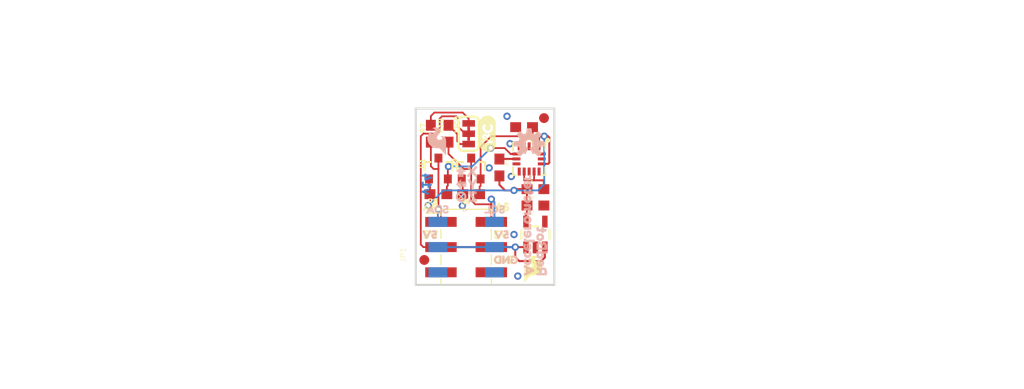
<source format=kicad_pcb>
(kicad_pcb (version 20211014) (generator pcbnew)
  (layers (0 "F.Cu" signal) (31 "B.Cu" signal) (34 "B.Paste" user) (35 "F.Paste" user) (36 "B.SilkS" user "B.Silkscreen") (37 "F.SilkS" user "F.Silkscreen") (38 "B.Mask" user) (39 "F.Mask" user) (44 "Edge.Cuts" user))
  (net 0 "")
  (net 1 "GND")
  (net 2 "3.3V")
  (net 3 "5V")
  (net 4 "ADDR")
  (net 5 "SCL")
  (net 6 "SDA")
  (net 7 "N$1")
  (net 8 "LSDA")
  (net 9 "LSCL")
  (net 10 "N$3")
  (net 11 "N$4")
  (footprint "boardEagle:0603" (layer "F.Cu") (at 153.5811 104.2416)
    (fp_text reference "C1" (at -0.889 -0.762) (layer "F.SilkS") (effects (font (size 0.367386 0.367386) (thickness 0.039014)) (justify left)))
    (fp_text value "0.1uF")
    (pad "1" smd rect (at -0.85 0) (size 1.1 1) (layers "F.Cu" "F.Paste" "F.Mask") (net 2 "3.3V"))
    (pad "2" smd rect (at 0.85 0) (size 1.1 1) (layers "F.Cu" "F.Paste" "F.Mask") (net 1 "GND"))
  )
  (footprint "boardEagle:2X3_SMT_POSTS" (layer "F.Cu") (at 146.5961 110.0836 -90)
    (fp_text reference "JP1" (at 0 6.35 90) (layer "F.SilkS") (effects (font (size 0.564733 0.564733) (thickness 0.044867)) (justify right)))
    (fp_text value "")
    (pad "" np_thru_hole circle (at 1.27 0 270) (size 1.8 1.8) (drill 1.8) (layers *.Cu *.Mask))
    (pad "" np_thru_hole circle (at -1.27 0 270) (size 1.8 1.8) (drill 1.8) (layers *.Cu *.Mask))
    (pad "1" smd rect (at -2.54 2.54) (size 3.17 1) (layers "F.Cu" "F.Paste" "F.Mask") (net 6 "SDA"))
    (pad "2" smd rect (at -2.54 -2.54) (size 3.17 1) (layers "F.Cu" "F.Paste" "F.Mask") (net 5 "SCL"))
    (pad "3" smd rect (at 0 2.54) (size 3.17 1) (layers "F.Cu" "F.Paste" "F.Mask") (net 3 "5V"))
    (pad "4" smd rect (at 0 -2.54) (size 3.17 1) (layers "F.Cu" "F.Paste" "F.Mask") (net 3 "5V"))
    (pad "5" smd rect (at 2.54 2.54) (size 3.17 1) (layers "F.Cu" "F.Paste" "F.Mask") (net 1 "GND"))
    (pad "6" smd rect (at 2.54 -2.54) (size 3.17 1) (layers "F.Cu" "F.Paste" "F.Mask") (net 1 "GND"))
  )
  (footprint "boardEagle:SMT-JUMPER_3_2-NC_TRACE_SILK" (layer "F.Cu") (at 146.8501 98.6536 90)
    (fp_text reference "I2C0" (at 0 -1.143 90) (layer "F.SilkS") (effects (font (size 0.512064 0.512064) (thickness 0.097536)) (justify left)))
    (fp_text value "JUMPER-SMT_3_2-NC_TRACE_SILK")
    (fp_poly (pts (xy 0.7112 0.13335) (xy -0.7112 0.13335) (xy -0.7112 -0.13335) (xy 0.7112 -0.13335)) (layer "F.Cu") (width 0) (fill solid))
    (pad "1" smd rect (at -1.0414 0 90) (size 0.6604 1.27) (layers "F.Cu" "F.Mask") (net 11 "N$4"))
    (pad "2" smd rect (at 0 0 90) (size 0.6604 1.27) (layers "F.Cu" "F.Mask") (net 3 "5V"))
    (pad "3" smd rect (at 1.0414 0 90) (size 0.6604 1.27) (layers "F.Cu" "F.Mask") (net 10 "N$3"))
  )
  (footprint "boardEagle:SOT23-5" (layer "F.Cu") (at 153.5811 108.8136)
    (fp_text reference "U2" (at -0.889 -2.159) (layer "F.SilkS") (effects (font (size 0.376489 0.376489) (thickness 0.029911)) (justify left)))
    (fp_text value "MIC5205-3.3V")
    (pad "1" smd rect (at -0.95 1.3001) (size 0.55 1.2) (layers "F.Cu" "F.Paste" "F.Mask") (net 3 "5V"))
    (pad "2" smd rect (at 0 1.3001) (size 0.55 1.2) (layers "F.Cu" "F.Paste" "F.Mask") (net 1 "GND"))
    (pad "3" smd rect (at 0.95 1.3001) (size 0.55 1.2) (layers "F.Cu" "F.Paste" "F.Mask") (net 3 "5V"))
    (pad "4" smd rect (at 0.95 -1.3001) (size 0.55 1.2) (layers "F.Cu" "F.Paste" "F.Mask"))
    (pad "5" smd rect (at -0.95 -1.3001) (size 0.55 1.2) (layers "F.Cu" "F.Paste" "F.Mask") (net 2 "3.3V"))
  )
  (footprint "boardEagle:QFN-16" (layer "F.Cu") (at 152.9461 101.1936 -90)
    (fp_text reference "U1" (at -1.905 0) (layer "F.SilkS") (effects (font (size 0.512064 0.512064) (thickness 0.097536)) (justify left)))
    (fp_text value "MMA8452Q")
    (pad "1" smd rect (at -1.275 -1 180) (size 0.3 0.8) (layers "F.Cu" "F.Paste" "F.Mask") (net 2 "3.3V"))
    (pad "2" smd rect (at -1.275 -0.5 180) (size 0.3 0.8) (layers "F.Cu" "F.Paste" "F.Mask") (net 7 "N$1"))
    (pad "3" smd rect (at -1.275 0 180) (size 0.3 0.8) (layers "F.Cu" "F.Paste" "F.Mask"))
    (pad "4" smd rect (at -1.275 0.5 180) (size 0.3 0.8) (layers "F.Cu" "F.Paste" "F.Mask") (net 9 "LSCL"))
    (pad "5" smd rect (at -1.275 1 180) (size 0.3 0.8) (layers "F.Cu" "F.Paste" "F.Mask") (net 1 "GND"))
    (pad "6" smd rect (at -0.5 1.275 270) (size 0.3 0.8) (layers "F.Cu" "F.Paste" "F.Mask") (net 8 "LSDA"))
    (pad "7" smd rect (at 0 1.275 270) (size 0.3 0.8) (layers "F.Cu" "F.Paste" "F.Mask") (net 4 "ADDR"))
    (pad "8" smd rect (at 0.5 1.275 270) (size 0.3 0.8) (layers "F.Cu" "F.Paste" "F.Mask"))
    (pad "9" smd rect (at 1.275 1) (size 0.3 0.8) (layers "F.Cu" "F.Paste" "F.Mask"))
    (pad "10" smd rect (at 1.275 0.5) (size 0.3 0.8) (layers "F.Cu" "F.Paste" "F.Mask") (net 1 "GND"))
    (pad "11" smd rect (at 1.275 0) (size 0.3 0.8) (layers "F.Cu" "F.Paste" "F.Mask"))
    (pad "12" smd rect (at 1.275 -0.5) (size 0.3 0.8) (layers "F.Cu" "F.Paste" "F.Mask") (net 1 "GND"))
    (pad "13" smd rect (at 1.275 -1) (size 0.3 0.8) (layers "F.Cu" "F.Paste" "F.Mask"))
    (pad "14" smd rect (at 0.5 -1.275 90) (size 0.3 0.8) (layers "F.Cu" "F.Paste" "F.Mask") (net 2 "3.3V"))
    (pad "15" smd rect (at 0 -1.275 90) (size 0.3 0.8) (layers "F.Cu" "F.Paste" "F.Mask"))
    (pad "16" smd rect (at -0.5 -1.275 90) (size 0.3 0.8) (layers "F.Cu" "F.Paste" "F.Mask"))
  )
  (footprint "boardEagle:_5V1" (layer "F.Cu") (at 148.3741 108.8136)
    (fp_text reference "U$4" hide)
    (fp_text value "" hide)
  )
  (footprint "boardEagle:SOT23-3" (layer "F.Cu") (at 143.8021 102.2096)
    (fp_text reference "Q1" (at -1.651 0 90) (layer "F.SilkS") (effects (font (size 0.512064 0.512064) (thickness 0.097536)) (justify left)))
    (fp_text value "220mA/50V/3.5Ω")
    (pad "1" smd rect (at -0.95 1) (size 0.8 0.9) (layers "F.Cu" "F.Paste" "F.Mask") (net 2 "3.3V"))
    (pad "2" smd rect (at 0.95 1) (size 0.8 0.9) (layers "F.Cu" "F.Paste" "F.Mask") (net 8 "LSDA"))
    (pad "3" smd rect (at 0 -1.1) (size 0.8 0.9) (layers "F.Cu" "F.Paste" "F.Mask") (net 6 "SDA"))
  )
  (footprint "boardEagle:_5V1" (layer "F.Cu") (at 141.2621 108.8136)
    (fp_text reference "U$5" hide)
    (fp_text value "" hide)
  )
  (footprint "boardEagle:0603" (layer "F.Cu") (at 152.4381 97.9916 180)
    (fp_text reference "C3" (at -0.889 -0.762) (layer "F.SilkS") (effects (font (size 0.367386 0.367386) (thickness 0.039014)) (justify right)))
    (fp_text value "0.1uF")
    (pad "1" smd rect (at -0.85 0 180) (size 1.1 1) (layers "F.Cu" "F.Paste" "F.Mask") (net 7 "N$1"))
    (pad "2" smd rect (at 0.85 0 180) (size 1.1 1) (layers "F.Cu" "F.Paste" "F.Mask") (net 1 "GND"))
  )
  (footprint "boardEagle:GND0" (layer "F.Cu") (at 148.6281 111.3536)
    (fp_text reference "U$6" hide)
    (fp_text value "" hide)
  )
  (footprint "boardEagle:SOT23-3" (layer "F.Cu") (at 147.1041 102.2096)
    (fp_text reference "Q2" (at -1.651 0 90) (layer "F.SilkS") (effects (font (size 0.512064 0.512064) (thickness 0.097536)) (justify left)))
    (fp_text value "220mA/50V/3.5Ω")
    (pad "1" smd rect (at -0.95 1) (size 0.8 0.9) (layers "F.Cu" "F.Paste" "F.Mask") (net 2 "3.3V"))
    (pad "2" smd rect (at 0.95 1) (size 0.8 0.9) (layers "F.Cu" "F.Paste" "F.Mask") (net 9 "LSCL"))
    (pad "3" smd rect (at 0 -1.1) (size 0.8 0.9) (layers "F.Cu" "F.Paste" "F.Mask") (net 5 "SCL"))
  )
  (footprint "boardEagle:FIDUCIAL-1X2" (layer "F.Cu") (at 154.4447 97.0788)
    (fp_text reference "FID1" hide)
    (fp_text value "FIDUCIAL1X2" hide)
    (pad "1" smd roundrect (at 0 0) (size 1 1) (layers "F.Cu" "F.Mask") (roundrect_rratio 0.5))
  )
  (footprint "boardEagle:SFE_LOGO_FLAME_.1" (layer "F.Cu") (at 153.3271 112.2426)
    (fp_text reference "LOGO4" hide)
    (fp_text value "SFE_LOGO_FLAME.1_INCH" hide)
  )
  (footprint "boardEagle:0603" (layer "F.Cu") (at 143.8021 104.7496 180)
    (fp_text reference "R8" (at 0 -0.762) (layer "F.SilkS") (effects (font (size 0.512064 0.512064) (thickness 0.097536)) (justify right)))
    (fp_text value "10k")
    (pad "1" smd rect (at -0.85 0 180) (size 1.1 1) (layers "F.Cu" "F.Paste" "F.Mask") (net 8 "LSDA"))
    (pad "2" smd rect (at 0.85 0 180) (size 1.1 1) (layers "F.Cu" "F.Paste" "F.Mask") (net 2 "3.3V"))
  )
  (footprint "boardEagle:I2C" (layer "F.Cu") (at 148.7551 100.5586 90)
    (fp_text reference "U$19" hide)
    (fp_text value "" hide)
  )
  (footprint "boardEagle:A53" (layer "F.Cu") (at 148.7551 106.0196)
    (fp_text reference "U$3" hide)
    (fp_text value "" hide)
  )
  (footprint "boardEagle:FIDUCIAL-1X2" (layer "F.Cu") (at 142.3797 111.379)
    (fp_text reference "FID3" hide)
    (fp_text value "FIDUCIAL1X2" hide)
    (pad "1" smd roundrect (at 0 0) (size 1 1) (layers "F.Cu" "F.Mask") (roundrect_rratio 0.5))
  )
  (footprint "boardEagle:CREATIVE_COMMONS" (layer "F.Cu") (at 119.9261 121.5136)
    (fp_text reference "FRAME1" hide)
    (fp_text value "FRAME-LETTER" hide)
  )
  (footprint "boardEagle:0603" (layer "F.Cu") (at 153.5811 105.8926)
    (fp_text reference "C2" (at -0.889 -0.762) (layer "F.SilkS") (effects (font (size 0.367386 0.367386) (thickness 0.039014)) (justify left)))
    (fp_text value "4.7uF")
    (pad "1" smd rect (at -0.85 0) (size 1.1 1) (layers "F.Cu" "F.Paste" "F.Mask") (net 2 "3.3V"))
    (pad "2" smd rect (at 0.85 0) (size 1.1 1) (layers "F.Cu" "F.Paste" "F.Mask") (net 1 "GND"))
  )
  (footprint "boardEagle:0603" (layer "F.Cu") (at 147.1041 104.7496 180)
    (fp_text reference "R9" (at 0 -0.762) (layer "F.SilkS") (effects (font (size 0.512064 0.512064) (thickness 0.097536)) (justify right)))
    (fp_text value "10k")
    (pad "1" smd rect (at -0.85 0 180) (size 1.1 1) (layers "F.Cu" "F.Paste" "F.Mask") (net 9 "LSCL"))
    (pad "2" smd rect (at 0.85 0 180) (size 1.1 1) (layers "F.Cu" "F.Paste" "F.Mask") (net 2 "3.3V"))
  )
  (footprint "boardEagle:0603" (layer "F.Cu") (at 143.0401 98.6536 90)
    (fp_text reference "R7" (at 0 -0.762 90) (layer "F.SilkS") (effects (font (size 0.512064 0.512064) (thickness 0.097536)) (justify left)))
    (fp_text value "10k")
    (pad "1" smd rect (at -0.85 0 90) (size 1.1 1) (layers "F.Cu" "F.Paste" "F.Mask") (net 6 "SDA"))
    (pad "2" smd rect (at 0.85 0 90) (size 1.1 1) (layers "F.Cu" "F.Paste" "F.Mask") (net 10 "N$3"))
  )
  (footprint "boardEagle:A42" (layer "F.Cu") (at 141.5161 106.0196)
    (fp_text reference "U$2" hide)
    (fp_text value "" hide)
  )
  (footprint "boardEagle:0603" (layer "F.Cu") (at 149.9489 102.0572 -90)
    (fp_text reference "R1" (at -0.889 -0.762 90) (layer "F.SilkS") (effects (font (size 0.367386 0.367386) (thickness 0.039014)) (justify right)))
    (fp_text value "10k")
    (pad "1" smd rect (at -0.85 0 270) (size 1.1 1) (layers "F.Cu" "F.Paste" "F.Mask") (net 4 "ADDR"))
    (pad "2" smd rect (at 0.85 0 270) (size 1.1 1) (layers "F.Cu" "F.Paste" "F.Mask") (net 2 "3.3V"))
  )
  (footprint "boardEagle:0603" (layer "F.Cu") (at 144.8181 98.6536 90)
    (fp_text reference "R10" (at 0 -0.762 90) (layer "F.SilkS") (effects (font (size 0.512064 0.512064) (thickness 0.097536)) (justify left)))
    (fp_text value "10k")
    (pad "1" smd rect (at -0.85 0 90) (size 1.1 1) (layers "F.Cu" "F.Paste" "F.Mask") (net 5 "SCL"))
    (pad "2" smd rect (at 0.85 0 90) (size 1.1 1) (layers "F.Cu" "F.Paste" "F.Mask") (net 11 "N$4"))
  )
  (footprint "boardEagle:X0" (layer "B.Cu") (at 148.6281 102.4636 180)
    (fp_text reference "U$1" hide)
    (fp_text value "" hide)
  )
  (footprint "boardEagle:OSHW-LOGO-S" (layer "B.Cu") (at 152.9461 99.6696 180)
    (fp_text reference "LOGO2" hide)
    (fp_text value "OSHW-LOGOS" hide)
  )
  (footprint "boardEagle:Z2" (layer "B.Cu") (at 148.6281 105.0036 180)
    (fp_text reference "U$15" hide)
    (fp_text value "" hide)
  )
  (footprint "boardEagle:Y1" (layer "B.Cu") (at 148.6281 103.7336 180)
    (fp_text reference "U$14" hide)
    (fp_text value "" hide)
  )
  (footprint "boardEagle:_5V1" (layer "B.Cu") (at 144.6911 108.8136 180)
    (fp_text reference "U$11" hide)
    (fp_text value "" hide)
  )
  (footprint "boardEagle:SDA6" (layer "B.Cu") (at 145.5801 106.2736 180)
    (fp_text reference "U$9" hide)
    (fp_text value "" hide)
  )
  (footprint "boardEagle:2X3_SMD" (layer "B.Cu") (at 146.5961 110.0836 -90)
    (fp_text reference "JP2" (at -3.502 0.1 -270) (layer "B.SilkS") (effects (font (size 0.376489 0.376489) (thickness 0.029911)) (justify right mirror)))
    (fp_text value "")
    (pad "1" smd rect (at -2.54 -2.85 270) (size 1.02 1.9) (layers "B.Cu" "B.Paste" "B.Mask") (net 5 "SCL"))
    (pad "2" smd rect (at -2.54 2.85 270) (size 1.02 1.9) (layers "B.Cu" "B.Paste" "B.Mask") (net 6 "SDA"))
    (pad "3" smd rect (at 0 -2.85 270) (size 1.02 1.9) (layers "B.Cu" "B.Paste" "B.Mask") (net 3 "5V"))
    (pad "4" smd rect (at 0 2.85 270) (size 1.02 1.9) (layers "B.Cu" "B.Paste" "B.Mask") (net 3 "5V"))
    (pad "5" smd rect (at 2.54 -2.85 270) (size 1.02 1.9) (layers "B.Cu" "B.Paste" "B.Mask") (net 1 "GND"))
    (pad "6" smd rect (at 2.54 2.85 270) (size 1.02 1.9) (layers "B.Cu" "B.Paste" "B.Mask") (net 1 "GND"))
  )
  (footprint "boardEagle:_SCL7" (layer "B.Cu") (at 151.5491 106.2736 180)
    (fp_text reference "U$10" hide)
    (fp_text value "" hide)
  )
  (footprint "boardEagle:GND0" (layer "B.Cu") (at 152.5651 111.3536 180)
    (fp_text reference "U$7" hide)
    (fp_text value "" hide)
  )
  (footprint "boardEagle:REDBOT4" (layer "B.Cu") (at 154.2161 113.8936 90)
    (fp_text reference "U$16" hide)
    (fp_text value "" hide)
  )
  (footprint "boardEagle:##3" (layer "B.Cu") (at 147.6121 103.7336 180)
    (fp_text reference "U$12" hide)
    (fp_text value "" hide)
  )
  (footprint "boardEagle:ACCELEROMETER5" (layer "B.Cu") (at 152.9461 113.8936 90)
    (fp_text reference "U$17" hide)
    (fp_text value "" hide)
  )
  (footprint "boardEagle:##4" (layer "B.Cu") (at 147.6121 102.4636 180)
    (fp_text reference "U$13" hide)
    (fp_text value "" hide)
  )
  (footprint "boardEagle:_5V1" (layer "B.Cu") (at 151.9301 108.8136 180)
    (fp_text reference "U$8" hide)
    (fp_text value "" hide)
  )
  (footprint "boardEagle:SFE-LOGO-FLAME" (layer "B.Cu") (at 144.5641 100.8126 180)
    (fp_text reference "LOGO3" hide)
    (fp_text value "LOGO-SFESK" hide)
  )
  (gr_line (start 146.3421 104.7496) (end 145.8341 105.2576) (layer "B.SilkS") (width 0.127))
  (gr_circle (center 146.0881 105.0036) (end 146.5199 105.0036) (layer "B.SilkS") (width 0.2032) (fill none))
  (gr_line (start 146.3421 105.2576) (end 145.8341 104.7496) (layer "B.SilkS") (width 0.127))
  (gr_line (start 155.4861 96.1136) (end 155.4861 113.8936) (layer "Edge.Cuts") (width 0.2032))
  (gr_line (start 141.5161 96.1136) (end 155.4861 96.1136) (layer "Edge.Cuts") (width 0.2032))
  (gr_line (start 141.5161 113.8936) (end 141.5161 96.1136) (layer "Edge.Cuts") (width 0.2032))
  (gr_line (start 155.4861 113.8936) (end 141.5161 113.8936) (layer "Edge.Cuts") (width 0.2032))
  (gr_text "v14" (at 143.0571 102.5076 -90) (layer "B.Cu") (effects (font (size 0.8128 0.8128) (thickness 0.2032)) (justify right top mirror)))
  (segment (start 153.4461 102.4686) (end 153.4461 103.3446) (width 0.1778) (layer "F.Cu") (net 1))
  (segment (start 154.4311 103.4406) (end 154.4311 104.2416) (width 0.2032) (layer "F.Cu") (net 1))
  (segment (start 154.3431 103.3526) (end 154.4311 103.4406) (width 0.2032) (layer "F.Cu") (net 1))
  (segment (start 153.4461 103.3446) (end 153.4541 103.3526) (width 0.2032) (layer "F.Cu") (net 1))
  (segment (start 152.4461 102.4686) (end 152.4461 103.3446) (width 0.1778) (layer "F.Cu") (net 1))
  (segment (start 152.4461 103.3446) (end 153.4461 103.3446) (width 0.2032) (layer "F.Cu") (net 1))
  (segment (start 153.4541 103.3526) (end 154.3431 103.3526) (width 0.2032) (layer "F.Cu") (net 1))
  (via (at 151.1479 102.9642) (size 0.7366) (drill 0.381) (layers "F.Cu" "B.Cu") (net 1))
  (via (at 151.0209 99.6622) (size 0.7366) (drill 0.381) (layers "F.Cu" "B.Cu") (net 1))
  (via (at 148.9127 102.1006) (size 0.7366) (drill 0.381) (layers "F.Cu" "B.Cu") (net 1))
  (via (at 150.7161 96.8936) (size 0.7366) (drill 0.381) (layers "F.Cu" "B.Cu") (net 1))
  (via (at 151.8031 113.0046) (size 0.7366) (drill 0.381) (layers "F.Cu" "B.Cu") (net 1))
  (via (at 151.4221 108.8136) (size 0.7366) (drill 0.381) (layers "F.Cu" "B.Cu") (net 1))
  (segment (start 154.8591 101.6936) (end 154.2211 101.6936) (width 0.2032) (layer "F.Cu") (net 2))
  (segment (start 146.2541 104.7496) (end 146.2541 103.9758) (width 0.1778) (layer "F.Cu") (net 2))
  (segment (start 153.9461 99.0506) (end 154.0891 98.9076) (width 0.2032) (layer "F.Cu") (net 2))
  (segment (start 142.9521 104.7496) (end 142.9521 104.0012) (width 0.1778) (layer "F.Cu") (net 2))
  (segment (start 154.9781 101.5746) (end 154.8591 101.6936) (width 0.2032) (layer "F.Cu") (net 2))
  (segment (start 152.6311 107.5135) (end 152.6311 106.7156) (width 0.2032) (layer "F.Cu") (net 2))
  (segment (start 152.7311 104.2416) (end 151.5491 104.2416) (width 0.2032) (layer "F.Cu") (net 2))
  (segment (start 146.2541 104.7496) (end 146.2151 104.7886) (width 0.1778) (layer "F.Cu") (net 2))
  (segment (start 152.7311 105.8926) (end 152.7311 104.2416) (width 0.2032) (layer "F.Cu") (net 2))
  (segment (start 142.9521 105.7266) (end 142.7861 105.8926) (width 0.1778) (layer "F.Cu") (net 2))
  (segment (start 146.2151 104.7886) (end 146.2151 105.9284) (width 0.1778) (layer "F.Cu") (net 2))
  (segment (start 152.7311 105.8926) (end 152.7311 106.6156) (width 0.2032) (layer "F.Cu") (net 2))
  (segment (start 151.4221 104.3686) (end 150.5161 104.3686) (width 0.2032) (layer "F.Cu") (net 2))
  (segment (start 142.9521 104.7496) (end 142.9521 105.7266) (width 0.1778) (layer "F.Cu") (net 2))
  (segment (start 152.6311 106.7156) (end 152.7311 106.6156) (width 0.2032) (layer "F.Cu") (net 2))
  (segment (start 153.9461 99.9186) (end 153.9461 99.0506) (width 0.2032) (layer "F.Cu") (net 2))
  (segment (start 154.4701 98.9076) (end 154.8511 98.9076) (width 0.2032) (layer "F.Cu") (net 2))
  (segment (start 142.8521 103.9012) (end 142.8521 103.2096) (width 0.1778) (layer "F.Cu") (net 2))
  (segment (start 146.2541 103.9758) (end 146.1541 103.8758) (width 0.1778) (layer "F.Cu") (net 2))
  (segment (start 154.8511 98.9076) (end 154.9781 99.0346) (width 0.2032) (layer "F.Cu") (net 2))
  (segment (start 149.9489 103.8014) (end 150.5161 104.3686) (width 0.2032) (layer "F.Cu") (net 2))
  (segment (start 142.9521 104.0012) (end 142.8521 103.9012) (width 0.1778) (layer "F.Cu") (net 2))
  (segment (start 151.5491 104.2416) (end 151.4221 104.3686) (width 0.2032) (layer "F.Cu") (net 2))
  (segment (start 149.9489 102.9072) (end 149.9489 103.8014) (width 0.2032) (layer "F.Cu") (net 2))
  (segment (start 154.9781 99.0346) (end 154.9781 101.5746) (width 0.2032) (layer "F.Cu") (net 2))
  (segment (start 154.4701 98.9076) (end 154.0891 98.9076) (width 0.2032) (layer "F.Cu") (net 2))
  (segment (start 146.1541 103.8758) (end 146.1541 103.2096) (width 0.1778) (layer "F.Cu") (net 2))
  (via (at 151.4221 104.3686) (size 0.7366) (drill 0.381) (layers "F.Cu" "B.Cu") (net 2))
  (via (at 146.2151 105.9284) (size 0.7366) (drill 0.381) (layers "F.Cu" "B.Cu") (net 2))
  (via (at 154.4701 98.9076) (size 0.7366) (drill 0.381) (layers "F.Cu" "B.Cu") (net 2))
  (via (at 142.7861 105.8926) (size 0.7366) (drill 0.381) (layers "F.Cu" "B.Cu") (net 2))
  (segment (start 146.2151 104.394) (end 146.2405 104.3686) (width 0.1778) (layer "B.Cu") (net 2))
  (segment (start 142.7861 105.8926) (end 144.3101 104.3686) (width 0.1778) (layer "B.Cu") (net 2))
  (segment (start 151.4221 104.3686) (end 146.2405 104.3686) (width 0.1778) (layer "B.Cu") (net 2))
  (segment (start 146.2151 105.9284) (end 146.2151 104.394) (width 0.1778) (layer "B.Cu") (net 2))
  (segment (start 153.8351 104.3686) (end 151.4221 104.3686) (width 0.1778) (layer "B.Cu") (net 2))
  (segment (start 146.2405 104.3686) (end 144.3101 104.3686) (width 0.1778) (layer "B.Cu") (net 2))
  (segment (start 154.4701 103.7336) (end 153.8351 104.3686) (width 0.1778) (layer "B.Cu") (net 2))
  (segment (start 154.4701 98.9076) (end 154.4701 103.7336) (width 0.1778) (layer "B.Cu") (net 2))
  (segment (start 143.9291 98.377694) (end 143.9291 97.1296) (width 0.1778) (layer "F.Cu") (net 3))
  (segment (start 144.0561 110.0836) (end 142.2781 110.0836) (width 0.1778) (layer "F.Cu") (net 3))
  (segment (start 151.9431 111.4936) (end 151.5491 111.0996) (width 0.2032) (layer "F.Cu") (net 3))
  (segment (start 146.4945 98.6536) (end 146.8501 98.6536) (width 0.1778) (layer "F.Cu") (net 3))
  (segment (start 152.601 110.0836) (end 152.6311 110.1137) (width 0.2032) (layer "F.Cu") (net 3))
  (segment (start 143.661093 98.6457) (end 143.9291 98.377694) (width 0.1778) (layer "F.Cu") (net 3))
  (segment (start 142.0241 98.9076) (end 142.286 98.6457) (width 0.1778) (layer "F.Cu") (net 3))
  (segment (start 145.8341 97.1296) (end 145.8341 97.9932) (width 0.1778) (layer "F.Cu") (net 3))
  (segment (start 142.286 98.6457) (end 143.661093 98.6457) (width 0.1778) (layer "F.Cu") (net 3))
  (segment (start 144.1577 96.901) (end 145.6055 96.901) (width 0.1778) (layer "F.Cu") (net 3))
  (segment (start 154.5311 110.1137) (end 154.5311 111.1297) (width 0.2032) (layer "F.Cu") (net 3))
  (segment (start 151.5491 110.0836) (end 151.5491 111.0996) (width 0.2032) (layer "F.Cu") (net 3))
  (segment (start 145.8341 97.9932) (end 146.4945 98.6536) (width 0.1778) (layer "F.Cu") (net 3))
  (segment (start 149.1361 110.0836) (end 151.5491 110.0836) (width 0.2032) (layer "F.Cu") (net 3))
  (segment (start 154.5311 111.1297) (end 154.1672 111.4936) (width 0.2032) (layer "F.Cu") (net 3))
  (segment (start 144.0561 110.0836) (end 149.1361 110.0836) (width 0.2032) (layer "F.Cu") (net 3))
  (segment (start 142.2781 110.0836) (end 142.0241 109.8296) (width 0.1778) (layer "F.Cu") (net 3))
  (segment (start 154.1672 111.4936) (end 151.9431 111.4936) (width 0.2032) (layer "F.Cu") (net 3))
  (segment (start 151.5491 110.0836) (end 152.601 110.0836) (width 0.2032) (layer "F.Cu") (net 3))
  (segment (start 143.9291 97.1296) (end 144.1577 96.901) (width 0.1778) (layer "F.Cu") (net 3))
  (segment (start 142.0241 109.8296) (end 142.0241 98.9076) (width 0.1778) (layer "F.Cu") (net 3))
  (segment (start 145.6055 96.901) (end 145.8341 97.1296) (width 0.1778) (layer "F.Cu") (net 3))
  (via (at 151.5491 110.0836) (size 0.7366) (drill 0.381) (layers "F.Cu" "B.Cu") (net 3))
  (segment (start 143.7461 110.0836) (end 149.4461 110.0836) (width 0.2032) (layer "B.Cu") (net 3))
  (segment (start 149.4461 110.0836) (end 151.5491 110.0836) (width 0.2032) (layer "B.Cu") (net 3))
  (segment (start 151.6711 101.1936) (end 149.9625 101.1936) (width 0.2032) (layer "F.Cu") (net 4))
  (segment (start 149.9625 101.1936) (end 149.9489 101.2072) (width 0.2032) (layer "F.Cu") (net 4))
  (segment (start 149.1361 105.7656) (end 149.1361 107.5436) (width 0.2032) (layer "F.Cu") (net 5))
  (segment (start 147.507006 105.7656) (end 149.1361 105.7656) (width 0.1778) (layer "F.Cu") (net 5))
  (segment (start 149.1361 105.2576) (end 149.1361 105.7656) (width 0.2032) (layer "F.Cu") (net 5))
  (segment (start 147.1041 105.362694) (end 147.507006 105.7656) (width 0.1778) (layer "F.Cu") (net 5))
  (segment (start 147.1041 102.2096) (end 146.3421 102.2096) (width 0.1778) (layer "F.Cu") (net 5))
  (segment (start 147.1041 102.2096) (end 147.1041 105.362694) (width 0.1778) (layer "F.Cu") (net 5))
  (segment (start 147.1041 101.1096) (end 147.1041 102.2096) (width 0.1778) (layer "F.Cu") (net 5))
  (segment (start 146.3421 102.2096) (end 144.8181 100.6856) (width 0.1778) (layer "F.Cu") (net 5))
  (segment (start 144.8181 100.6856) (end 144.8181 99.5036) (width 0.1778) (layer "F.Cu") (net 5))
  (via (at 149.1361 105.2576) (size 0.7366) (drill 0.381) (layers "F.Cu" "B.Cu") (net 5))
  (segment (start 149.4461 105.5676) (end 149.1361 105.2576) (width 0.2032) (layer "B.Cu") (net 5))
  (segment (start 149.4461 107.5436) (end 149.4461 105.5676) (width 0.2032) (layer "B.Cu") (net 5))
  (segment (start 143.3195 102.2096) (end 143.8021 102.2096) (width 0.1778) (layer "F.Cu") (net 6))
  (segment (start 143.8021 102.2096) (end 143.8021 106.2736) (width 0.1778) (layer "F.Cu") (net 6))
  (segment (start 143.8021 106.2736) (end 144.0561 106.5276) (width 0.1778) (layer "F.Cu") (net 6))
  (segment (start 143.0401 101.9302) (end 143.3195 102.2096) (width 0.1778) (layer "F.Cu") (net 6))
  (segment (start 143.0401 99.5036) (end 143.0401 101.9302) (width 0.1778) (layer "F.Cu") (net 6))
  (segment (start 143.8021 101.1096) (end 143.8021 102.2096) (width 0.1778) (layer "F.Cu") (net 6))
  (segment (start 144.0561 106.5276) (end 144.0561 107.5436) (width 0.1778) (layer "F.Cu") (net 6))
  (via (at 143.8021 106.2736) (size 0.7366) (drill 0.381) (layers "F.Cu" "B.Cu") (net 6))
  (segment (start 143.7461 106.3296) (end 143.8021 106.2736) (width 0.1778) (layer "B.Cu") (net 6))
  (segment (start 143.7461 107.5436) (end 143.7461 106.3296) (width 0.1778) (layer "B.Cu") (net 6))
  (segment (start 153.4461 99.9186) (end 153.4461 99.1536) (width 0.2032) (layer "F.Cu") (net 7))
  (segment (start 153.4461 99.1536) (end 153.2881 98.9956) (width 0.2032) (layer "F.Cu") (net 7))
  (segment (start 153.2881 98.9956) (end 153.2881 97.9916) (width 0.2032) (layer "F.Cu") (net 7))
  (segment (start 144.7521 102.0216) (end 144.7521 103.2096) (width 0.1778) (layer "F.Cu") (net 8))
  (segment (start 144.7521 103.8758) (end 144.6521 103.9758) (width 0.1778) (layer "F.Cu") (net 8))
  (segment (start 150.484006 100.103107) (end 151.0745 100.6936) (width 0.1778) (layer "F.Cu") (net 8))
  (segment (start 150.484006 100.103107) (end 149.061606 100.103107) (width 0.1778) (layer "F.Cu") (net 8))
  (segment (start 151.0745 100.6936) (end 151.6711 100.6936) (width 0.2032) (layer "F.Cu") (net 8))
  (segment (start 144.7521 103.2096) (end 144.7521 103.8758) (width 0.1778) (layer "F.Cu") (net 8))
  (segment (start 144.8181 101.9556) (end 144.7521 102.0216) (width 0.1778) (layer "F.Cu") (net 8))
  (segment (start 144.6521 103.9758) (end 144.6521 104.7496) (width 0.1778) (layer "F.Cu") (net 8))
  (via (at 144.8181 101.9556) (size 0.7366) (drill 0.381) (layers "F.Cu" "B.Cu") (net 8))
  (via (at 149.061606 100.103107) (size 0.7366) (drill 0.381) (layers "F.Cu" "B.Cu") (net 8))
  (segment (start 149.061606 100.103107) (end 147.209112 101.9556) (width 0.1778) (layer "B.Cu") (net 8))
  (segment (start 147.209112 101.9556) (end 144.8181 101.9556) (width 0.1778) (layer "B.Cu") (net 8))
  (segment (start 148.0541 99.9896) (end 148.0541 103.2096) (width 0.1778) (layer "F.Cu") (net 9))
  (segment (start 152.1841 98.9076) (end 149.1361 98.9076) (width 0.1778) (layer "F.Cu") (net 9))
  (segment (start 147.9541 104.7496) (end 147.9541 104.0012) (width 0.1778) (layer "F.Cu") (net 9))
  (segment (start 152.4461 99.9186) (end 152.4381 99.9106) (width 0.2032) (layer "F.Cu") (net 9))
  (segment (start 148.0541 103.9012) (end 148.0541 103.2096) (width 0.1778) (layer "F.Cu") (net 9))
  (segment (start 152.4381 99.1616) (end 152.1841 98.9076) (width 0.1778) (layer "F.Cu") (net 9))
  (segment (start 149.1361 98.9076) (end 148.0541 99.9896) (width 0.1778) (layer "F.Cu") (net 9))
  (segment (start 152.4381 99.8852) (end 152.4381 99.1616) (width 0.1778) (layer "F.Cu") (net 9))
  (segment (start 152.4381 99.9106) (end 152.4381 99.8852) (width 0.2032) (layer "F.Cu") (net 9))
  (segment (start 147.9541 104.0012) (end 148.0541 103.9012) (width 0.1778) (layer "F.Cu") (net 9))
  (segment (start 143.0401 96.8756) (end 143.3957 96.52) (width 0.1778) (layer "F.Cu") (net 10))
  (segment (start 146.8501 97.1296) (end 146.8501 97.6122) (width 0.1778) (layer "F.Cu") (net 10))
  (segment (start 143.3957 96.52) (end 146.2405 96.52) (width 0.1778) (layer "F.Cu") (net 10))
  (segment (start 146.2405 96.52) (end 146.8501 97.1296) (width 0.1778) (layer "F.Cu") (net 10))
  (segment (start 143.0401 97.8036) (end 143.0401 96.8756) (width 0.1778) (layer "F.Cu") (net 10))
  (segment (start 144.8181 97.8036) (end 145.7071 98.6926) (width 0.1778) (layer "F.Cu") (net 11))
  (segment (start 145.7071 98.6926) (end 145.7071 99.4156) (width 0.1778) (layer "F.Cu") (net 11))
  (segment (start 145.7071 99.4156) (end 145.9865 99.695) (width 0.1778) (layer "F.Cu") (net 11))
  (segment (start 145.9865 99.695) (end 146.8501 99.695) (width 0.1778) (layer "F.Cu") (net 11))
)
</source>
